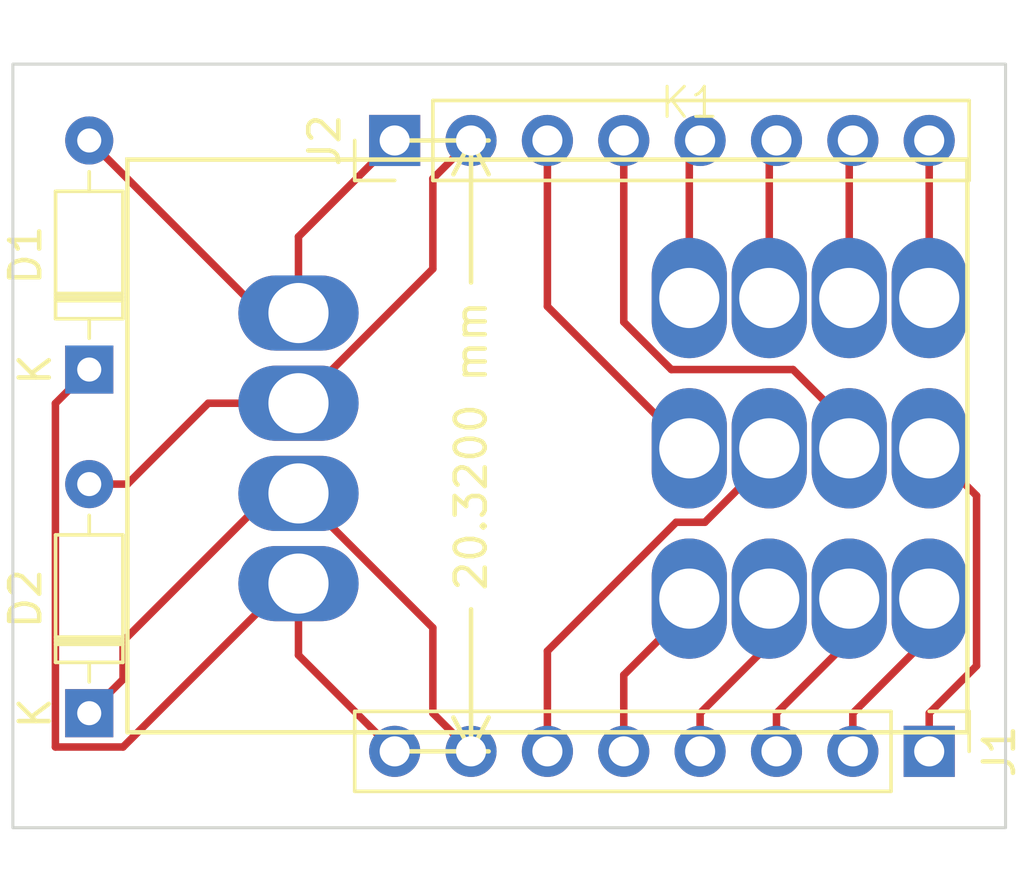
<source format=kicad_pcb>
(kicad_pcb (version 20221018) (generator pcbnew)
  (layers (0 "F.Cu" signal) (31 "B.Cu" signal) (34 "B.Paste" user) (35 "F.Paste" user) (36 "B.SilkS" user "B.Silkscreen") (37 "F.SilkS" user "F.Silkscreen") (38 "B.Mask" user) (39 "F.Mask" user) (44 "Edge.Cuts" user))
  (net 0 "")
  (net 1 "Net-(D1-K)")
  (net 2 "Net-(D1-A)")
  (net 3 "Net-(D2-K)")
  (net 4 "Net-(D2-A)")
  (net 5 "Net-(J1-Pin_1)")
  (net 6 "Net-(J1-Pin_2)")
  (net 7 "Net-(J1-Pin_3)")
  (net 8 "Net-(J1-Pin_4)")
  (net 9 "Net-(J1-Pin_5)")
  (net 10 "Net-(J1-Pin_6)")
  (net 11 "Net-(J2-Pin_3)")
  (net 12 "Net-(J2-Pin_4)")
  (net 13 "Net-(J2-Pin_5)")
  (net 14 "Net-(J2-Pin_6)")
  (net 15 "Net-(J2-Pin_7)")
  (net 16 "Net-(J2-Pin_8)")
  (footprint "Connector_PinHeader_2.54mm:PinHeader_1x08_P2.54mm_Vertical" (layer "F.Cu") (at 130.81 46.99 90)
    (fp_text reference "J2" (at 0 -2.33 90) (layer "F.SilkS"))
    (fp_text value "Conn_01x08")
    (fp_line (start -1.33 -1.33) (end 0 -1.33) (stroke (width 0.12)) (layer "F.SilkS"))
    (fp_line (start -1.33 0) (end -1.33 -1.33) (stroke (width 0.12)) (layer "F.SilkS"))
    (fp_line (start -1.33 1.27) (end -1.33 19.11) (stroke (width 0.12)) (layer "F.SilkS"))
    (fp_line (start -1.33 1.27) (end 1.33 1.27) (stroke (width 0.12)) (layer "F.SilkS"))
    (fp_line (start -1.33 19.11) (end 1.33 19.11) (stroke (width 0.12)) (layer "F.SilkS"))
    (fp_line (start 1.33 1.27) (end 1.33 19.11) (stroke (width 0.12)) (layer "F.SilkS"))
    (pad "1" thru_hole rect (at 0 0 90) (size 1.7 1.7) (drill 1) (layers "*.Cu" "*.Mask") (net 2 "Net-(D1-A)"))
    (pad "2" thru_hole oval (at 0 2.54 90) (size 1.7 1.7) (drill 1) (layers "*.Cu" "*.Mask") (net 4 "Net-(D2-A)"))
    (pad "3" thru_hole oval (at 0 5.08 90) (size 1.7 1.7) (drill 1) (layers "*.Cu" "*.Mask") (net 11 "Net-(J2-Pin_3)"))
    (pad "4" thru_hole oval (at 0 7.62 90) (size 1.7 1.7) (drill 1) (layers "*.Cu" "*.Mask") (net 12 "Net-(J2-Pin_4)"))
    (pad "5" thru_hole oval (at 0 10.16 90) (size 1.7 1.7) (drill 1) (layers "*.Cu" "*.Mask") (net 13 "Net-(J2-Pin_5)"))
    (pad "6" thru_hole oval (at 0 12.7 90) (size 1.7 1.7) (drill 1) (layers "*.Cu" "*.Mask") (net 14 "Net-(J2-Pin_6)"))
    (pad "7" thru_hole oval (at 0 15.24 90) (size 1.7 1.7) (drill 1) (layers "*.Cu" "*.Mask") (net 15 "Net-(J2-Pin_7)"))
    (pad "8" thru_hole oval (at 0 17.78 90) (size 1.7 1.7) (drill 1) (layers "*.Cu" "*.Mask") (net 16 "Net-(J2-Pin_8)"))
  )
  (footprint "Connector_PinHeader_2.54mm:PinHeader_1x08_P2.54mm_Vertical" (layer "F.Cu") (at 148.59 67.31 -90)
    (fp_text reference "J1" (at 0 -2.33 90) (layer "F.SilkS"))
    (fp_text value "Conn_01x08")
    (fp_line (start -1.33 -1.33) (end 0 -1.33) (stroke (width 0.12)) (layer "F.SilkS"))
    (fp_line (start -1.33 0) (end -1.33 -1.33) (stroke (width 0.12)) (layer "F.SilkS"))
    (fp_line (start -1.33 1.27) (end -1.33 19.11) (stroke (width 0.12)) (layer "F.SilkS"))
    (fp_line (start -1.33 1.27) (end 1.33 1.27) (stroke (width 0.12)) (layer "F.SilkS"))
    (fp_line (start -1.33 19.11) (end 1.33 19.11) (stroke (width 0.12)) (layer "F.SilkS"))
    (fp_line (start 1.33 1.27) (end 1.33 19.11) (stroke (width 0.12)) (layer "F.SilkS"))
    (pad "1" thru_hole rect (at 0 0 270) (size 1.7 1.7) (drill 1) (layers "*.Cu" "*.Mask") (net 5 "Net-(J1-Pin_1)"))
    (pad "2" thru_hole oval (at 0 2.54 270) (size 1.7 1.7) (drill 1) (layers "*.Cu" "*.Mask") (net 6 "Net-(J1-Pin_2)"))
    (pad "3" thru_hole oval (at 0 5.08 270) (size 1.7 1.7) (drill 1) (layers "*.Cu" "*.Mask") (net 7 "Net-(J1-Pin_3)"))
    (pad "4" thru_hole oval (at 0 7.62 270) (size 1.7 1.7) (drill 1) (layers "*.Cu" "*.Mask") (net 8 "Net-(J1-Pin_4)"))
    (pad "5" thru_hole oval (at 0 10.16 270) (size 1.7 1.7) (drill 1) (layers "*.Cu" "*.Mask") (net 9 "Net-(J1-Pin_5)"))
    (pad "6" thru_hole oval (at 0 12.7 270) (size 1.7 1.7) (drill 1) (layers "*.Cu" "*.Mask") (net 10 "Net-(J1-Pin_6)"))
    (pad "7" thru_hole oval (at 0 15.24 270) (size 1.7 1.7) (drill 1) (layers "*.Cu" "*.Mask") (net 3 "Net-(D2-K)"))
    (pad "8" thru_hole oval (at 0 17.78 270) (size 1.7 1.7) (drill 1) (layers "*.Cu" "*.Mask") (net 1 "Net-(D1-K)"))
  )
  (footprint "customComponents:V23154" (layer "F.Cu") (at 140.61 57.23)
    (fp_text reference "K1" (at 0 -11.5 unlocked) (layer "F.SilkS") (effects (font (thickness 0.1))))
    (fp_text value "Relay_DPDT")
    (pad "1" thru_hole oval (at -13 4.5) (size 4 2.5) (drill 2) (layers "*.Cu" "*.Mask") (net 1 "Net-(D1-K)"))
    (pad "2" thru_hole oval (at -13 1.5) (size 4 2.5) (drill 2) (layers "*.Cu" "*.Mask") (net 3 "Net-(D2-K)"))
    (pad "3" thru_hole oval (at -13 -1.5) (size 4 2.5) (drill 2) (layers "*.Cu" "*.Mask") (net 4 "Net-(D2-A)"))
    (pad "4" thru_hole oval (at -13 -4.5) (size 4 2.5) (drill 2) (layers "*.Cu" "*.Mask") (net 2 "Net-(D1-A)"))
    (pad "5" thru_hole oval (at 0 5 90) (size 4 2.5) (drill 2) (layers "*.Cu" "*.Mask") (net 9 "Net-(J1-Pin_5)"))
    (pad "6" thru_hole oval (at 2.66 0 90) (size 4 2.5) (drill 2) (layers "*.Cu" "*.Mask") (net 10 "Net-(J1-Pin_6)"))
    (pad "7" thru_hole oval (at 2.66 5 90) (size 4 2.5) (drill 2) (layers "*.Cu" "*.Mask") (net 8 "Net-(J1-Pin_4)"))
    (pad "8" thru_hole oval (at 5.32 5 90) (size 4 2.5) (drill 2) (layers "*.Cu" "*.Mask") (net 7 "Net-(J1-Pin_3)"))
    (pad "9" thru_hole oval (at 7.98 0 90) (size 4 2.5) (drill 2) (layers "*.Cu" "*.Mask") (net 5 "Net-(J1-Pin_1)"))
    (pad "10" thru_hole oval (at 7.98 5 90) (size 4 2.5) (drill 2) (layers "*.Cu" "*.Mask") (net 6 "Net-(J1-Pin_2)"))
    (pad "11" thru_hole oval (at 0 -5 90) (size 4 2.5) (drill 2) (layers "*.Cu" "*.Mask") (net 13 "Net-(J2-Pin_5)"))
    (pad "12" thru_hole oval (at 0 0 90) (size 4 2.5) (drill 2) (layers "*.Cu" "*.Mask") (net 11 "Net-(J2-Pin_3)"))
    (pad "13" thru_hole oval (at 2.66 -5 90) (size 4 2.5) (drill 2) (layers "*.Cu" "*.Mask") (net 14 "Net-(J2-Pin_6)"))
    (pad "14" thru_hole oval (at 5.32 -5 90) (size 4 2.5) (drill 2) (layers "*.Cu" "*.Mask") (net 15 "Net-(J2-Pin_7)"))
    (pad "15" thru_hole oval (at 5.32 0 90) (size 4 2.5) (drill 2) (layers "*.Cu" "*.Mask") (net 12 "Net-(J2-Pin_4)"))
    (pad "16" thru_hole oval (at 7.98 -5 90) (size 4 2.5) (drill 2) (layers "*.Cu" "*.Mask") (net 16 "Net-(J2-Pin_8)"))
  )
  (footprint "Diode_THT:D_DO-35_SOD27_P7.62mm_Horizontal" (layer "F.Cu") (at 120.65 66.04 90)
    (fp_text reference "D2" (at 3.81 -2.12 90) (layer "F.SilkS"))
    (fp_text value "1N914")
    (fp_text user "K" (at 0 -1.8 90) (layer "F.SilkS"))
    (fp_line (start 1.04 0) (end 1.69 0) (stroke (width 0.12)) (layer "F.SilkS"))
    (fp_line (start 1.69 -1.12) (end 1.69 1.12) (stroke (width 0.12)) (layer "F.SilkS"))
    (fp_line (start 1.69 1.12) (end 5.93 1.12) (stroke (width 0.12)) (layer "F.SilkS"))
    (fp_line (start 2.29 -1.12) (end 2.29 1.12) (stroke (width 0.12)) (layer "F.SilkS"))
    (fp_line (start 2.41 -1.12) (end 2.41 1.12) (stroke (width 0.12)) (layer "F.SilkS"))
    (fp_line (start 2.53 -1.12) (end 2.53 1.12) (stroke (width 0.12)) (layer "F.SilkS"))
    (fp_line (start 5.93 -1.12) (end 1.69 -1.12) (stroke (width 0.12)) (layer "F.SilkS"))
    (fp_line (start 5.93 1.12) (end 5.93 -1.12) (stroke (width 0.12)) (layer "F.SilkS"))
    (fp_line (start 6.58 0) (end 5.93 0) (stroke (width 0.12)) (layer "F.SilkS"))
    (pad "1" thru_hole rect (at 0 0 90) (size 1.6 1.6) (drill 0.8) (layers "*.Cu" "*.Mask") (net 3 "Net-(D2-K)"))
    (pad "2" thru_hole oval (at 7.62 0 90) (size 1.6 1.6) (drill 0.8) (layers "*.Cu" "*.Mask") (net 4 "Net-(D2-A)"))
  )
  (footprint "Diode_THT:D_DO-35_SOD27_P7.62mm_Horizontal" (layer "F.Cu") (at 120.65 54.61 90)
    (fp_text reference "D1" (at 3.81 -2.12 90) (layer "F.SilkS"))
    (fp_text value "1N914")
    (fp_text user "K" (at 0 -1.8 90) (layer "F.SilkS"))
    (fp_line (start 1.04 0) (end 1.69 0) (stroke (width 0.12)) (layer "F.SilkS"))
    (fp_line (start 1.69 -1.12) (end 1.69 1.12) (stroke (width 0.12)) (layer "F.SilkS"))
    (fp_line (start 1.69 1.12) (end 5.93 1.12) (stroke (width 0.12)) (layer "F.SilkS"))
    (fp_line (start 2.29 -1.12) (end 2.29 1.12) (stroke (width 0.12)) (layer "F.SilkS"))
    (fp_line (start 2.41 -1.12) (end 2.41 1.12) (stroke (width 0.12)) (layer "F.SilkS"))
    (fp_line (start 2.53 -1.12) (end 2.53 1.12) (stroke (width 0.12)) (layer "F.SilkS"))
    (fp_line (start 5.93 -1.12) (end 1.69 -1.12) (stroke (width 0.12)) (layer "F.SilkS"))
    (fp_line (start 5.93 1.12) (end 5.93 -1.12) (stroke (width 0.12)) (layer "F.SilkS"))
    (fp_line (start 6.58 0) (end 5.93 0) (stroke (width 0.12)) (layer "F.SilkS"))
    (pad "1" thru_hole rect (at 0 0 90) (size 1.6 1.6) (drill 0.8) (layers "*.Cu" "*.Mask") (net 1 "Net-(D1-K)"))
    (pad "2" thru_hole oval (at 7.62 0 90) (size 1.6 1.6) (drill 0.8) (layers "*.Cu" "*.Mask") (net 2 "Net-(D1-A)"))
  )
  (gr_rect (start 121.92 47.625) (end 149.86 66.675) (stroke (width 0.15)) (fill none) (layer "F.SilkS"))
  (gr_rect (start 118.11 44.45) (end 151.13 69.85) (stroke (width 0.1)) (fill none) (layer "Edge.Cuts"))
  (dimension (type aligned) (layer "F.SilkS") (pts (xy 130.81 67.31) (xy 130.81 46.99)) (height 2.54) (gr_text "20.3200 mm" (at 133.35 57.15 90) (layer "F.SilkS") (effects (font (size 1 1) (thickness 0.15)))) (format (prefix "") (suffix "") (units 3) (units_format 1) (precision 4)) (style (thickness 0.15) (arrow_length 1.27) (text_position_mode 2) (extension_height 0.58642) (extension_offset 0.5) keep_text_aligned))
  (segment (start 127.61 61.73) (end 126.86 61.73) (width 0.25) (layer "F.Cu") (net 1))
  (segment (start 127.035 61.905) (end 121.775 67.165) (width 0.25) (layer "F.Cu") (net 1))
  (segment (start 119.525 55.735) (end 120.65 54.61) (width 0.25) (layer "F.Cu") (net 1))
  (segment (start 121.775 67.165) (end 119.525 67.165) (width 0.25) (layer "F.Cu") (net 1))
  (segment (start 126.86 61.73) (end 127.035 61.905) (width 0.25) (layer "F.Cu") (net 1))
  (segment (start 130.81 67.31) (end 127.61 64.11) (width 0.25) (layer "F.Cu") (net 1))
  (segment (start 119.525 67.165) (end 119.525 55.735) (width 0.25) (layer "F.Cu") (net 1))
  (segment (start 127.61 64.11) (end 127.61 61.73) (width 0.25) (layer "F.Cu") (net 1))
  (segment (start 127.095 52.215) (end 125.875 52.215) (width 0.25) (layer "F.Cu") (net 2))
  (segment (start 125.875 52.215) (end 120.65 46.99) (width 0.25) (layer "F.Cu") (net 2))
  (segment (start 127.61 52.73) (end 127.61 50.19) (width 0.25) (layer "F.Cu") (net 2))
  (segment (start 127.61 50.19) (end 130.81 46.99) (width 0.25) (layer "F.Cu") (net 2))
  (segment (start 127.61 52.73) (end 127.095 52.215) (width 0.25) (layer "F.Cu") (net 2))
  (segment (start 132.08 66.04) (end 132.08 63.2) (width 0.25) (layer "F.Cu") (net 3))
  (segment (start 126.69 58.73) (end 121.775 63.645) (width 0.25) (layer "F.Cu") (net 3))
  (segment (start 133.35 67.31) (end 132.08 66.04) (width 0.25) (layer "F.Cu") (net 3))
  (segment (start 127.61 58.73) (end 126.69 58.73) (width 0.25) (layer "F.Cu") (net 3))
  (segment (start 121.775 63.645) (end 121.775 64.915) (width 0.25) (layer "F.Cu") (net 3))
  (segment (start 121.775 64.915) (end 120.65 66.04) (width 0.25) (layer "F.Cu") (net 3))
  (segment (start 132.08 63.2) (end 127.61 58.73) (width 0.25) (layer "F.Cu") (net 3))
  (segment (start 121.92 58.42) (end 120.65 58.42) (width 0.25) (layer "F.Cu") (net 4))
  (segment (start 124.61 55.73) (end 121.92 58.42) (width 0.25) (layer "F.Cu") (net 4))
  (segment (start 132.08 48.26) (end 132.08 51.26) (width 0.25) (layer "F.Cu") (net 4))
  (segment (start 133.35 46.99) (end 132.08 48.26) (width 0.25) (layer "F.Cu") (net 4))
  (segment (start 127.61 55.73) (end 124.61 55.73) (width 0.25) (layer "F.Cu") (net 4))
  (segment (start 132.08 51.26) (end 127.61 55.73) (width 0.25) (layer "F.Cu") (net 4))
  (segment (start 150.165 64.465) (end 150.165 58.805) (width 0.25) (layer "F.Cu") (net 5))
  (segment (start 148.59 67.31) (end 148.59 66.04) (width 0.25) (layer "F.Cu") (net 5))
  (segment (start 150.165 58.805) (end 148.59 57.23) (width 0.25) (layer "F.Cu") (net 5))
  (segment (start 148.59 66.04) (end 150.165 64.465) (width 0.25) (layer "F.Cu") (net 5))
  (segment (start 148.59 63.5) (end 148.59 62.23) (width 0.25) (layer "F.Cu") (net 6))
  (segment (start 146.05 66.04) (end 148.59 63.5) (width 0.25) (layer "F.Cu") (net 6))
  (segment (start 146.05 67.31) (end 146.05 66.04) (width 0.25) (layer "F.Cu") (net 6))
  (segment (start 143.51 66.04) (end 145.93 63.62) (width 0.25) (layer "F.Cu") (net 7))
  (segment (start 145.93 63.62) (end 145.93 62.23) (width 0.25) (layer "F.Cu") (net 7))
  (segment (start 143.51 67.31) (end 143.51 66.04) (width 0.25) (layer "F.Cu") (net 7))
  (segment (start 140.97 66.04) (end 143.27 63.74) (width 0.25) (layer "F.Cu") (net 8))
  (segment (start 143.27 63.74) (end 143.27 62.23) (width 0.25) (layer "F.Cu") (net 8))
  (segment (start 140.97 67.31) (end 140.97 66.04) (width 0.25) (layer "F.Cu") (net 8))
  (segment (start 140.61 62.59) (end 140.61 62.23) (width 0.25) (layer "F.Cu") (net 9))
  (segment (start 138.43 67.31) (end 138.43 64.77) (width 0.25) (layer "F.Cu") (net 9))
  (segment (start 138.43 64.77) (end 140.61 62.59) (width 0.25) (layer "F.Cu") (net 9))
  (segment (start 140.172614 59.69) (end 141.127386 59.69) (width 0.25) (layer "F.Cu") (net 10))
  (segment (start 143.27 57.547386) (end 143.27 57.23) (width 0.25) (layer "F.Cu") (net 10))
  (segment (start 135.89 63.972614) (end 140.172614 59.69) (width 0.25) (layer "F.Cu") (net 10))
  (segment (start 135.89 67.31) (end 135.89 63.972614) (width 0.25) (layer "F.Cu") (net 10))
  (segment (start 141.127386 59.69) (end 143.27 57.547386) (width 0.25) (layer "F.Cu") (net 10))
  (segment (start 135.89 52.51) (end 135.89 46.99) (width 0.25) (layer "F.Cu") (net 11))
  (segment (start 140.61 57.23) (end 135.89 52.51) (width 0.25) (layer "F.Cu") (net 11))
  (segment (start 138.43 53.027386) (end 138.43 46.99) (width 0.25) (layer "F.Cu") (net 12))
  (segment (start 144.06 54.61) (end 140.012614 54.61) (width 0.25) (layer "F.Cu") (net 12))
  (segment (start 140.012614 54.61) (end 138.43 53.027386) (width 0.25) (layer "F.Cu") (net 12))
  (segment (start 145.93 56.48) (end 144.06 54.61) (width 0.25) (layer "F.Cu") (net 12))
  (segment (start 145.93 57.23) (end 145.93 56.48) (width 0.25) (layer "F.Cu") (net 12))
  (segment (start 140.61 52.23) (end 140.61 47.35) (width 0.25) (layer "F.Cu") (net 13))
  (segment (start 140.61 47.35) (end 140.97 46.99) (width 0.25) (layer "F.Cu") (net 13))
  (segment (start 143.27 52.23) (end 143.27 47.23) (width 0.25) (layer "F.Cu") (net 14))
  (segment (start 143.27 47.23) (end 143.51 46.99) (width 0.25) (layer "F.Cu") (net 14))
  (segment (start 145.93 47.11) (end 146.05 46.99) (width 0.25) (layer "F.Cu") (net 15))
  (segment (start 145.93 52.23) (end 145.93 47.11) (width 0.25) (layer "F.Cu") (net 15))
  (segment (start 148.59 52.23) (end 148.59 46.99) (width 0.25) (layer "F.Cu") (net 16))
)
</source>
